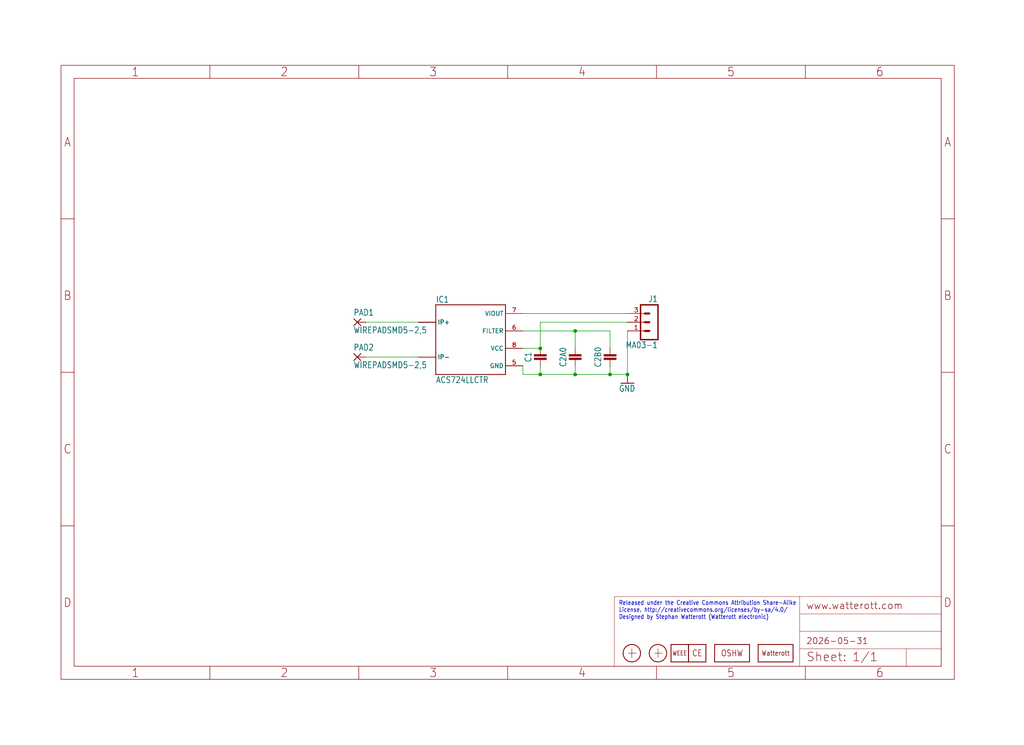
<source format=kicad_sch>
(kicad_sch (version 20231120) (generator "eeschema") (generator_version "8.0")
  (paper "User" 298.45 217.322)
  (lib_symbols
    (symbol "ACS72x-Breakout_v11-eagle-import:ACS724LLCTR"
      (property "Reference" "IC" (at -10.16 12.7 0))
      (symbol "ACS724LLCTR_1_0"
        (polyline (pts (xy -10.16 -10.16) (xy -10.16 10.16)) (stroke (width 0.254)))
        (polyline (pts (xy -10.16 10.16) (xy 10.16 10.16)) (stroke (width 0.254)))
        (polyline (pts (xy 10.16 -10.16) (xy -10.16 -10.16)) (stroke (width 0.254)))
        (polyline (pts (xy 10.16 10.16) (xy 10.16 -10.16)) (stroke (width 0.254)))
        (pin passive line (at -15.24 5.08 0) (length 5.08) (name "IP+") (number "1"))
        (pin passive line (at -15.24 5.08 0) (length 5.08) (name "IP+") (number "2"))
        (pin passive line (at -15.24 -5.08 0) (length 5.08) (name "IP-") (number "3"))
        (pin passive line (at -15.24 -5.08 0) (length 5.08) (name "IP-") (number "4"))
        (pin power_in line (at 15.24 -7.62 180) (length 5.08) (name "GND") (number "5"))
        (pin output line (at 15.24 2.54 180) (length 5.08) (name "FILTER") (number "6"))
        (pin output line (at 15.24 7.62 180) (length 5.08) (name "VIOUT") (number "7"))
        (pin power_in line (at 15.24 -2.54 180) (length 5.08) (name "VCC") (number "8"))
      )
    )
    (symbol "ACS72x-Breakout_v11-eagle-import:CAPACITOR-0402"
      (property "Reference" "C" (at 0 2.54 0))
      (symbol "CAPACITOR-0402_1_0"
        (rectangle (start -0.762 1.778) (end -0.254 -1.778) (fill (type outline)))
        (polyline (pts (xy -2.54 0) (xy -0.762 0)) (stroke (width 0.1524)))
        (polyline (pts (xy 2.54 0) (xy 0.762 0)) (stroke (width 0.1524)))
        (rectangle (start 0.254 1.778) (end 0.762 -1.778) (fill (type outline)))
        (pin passive line (at -2.54 0 0) (length 0) (name "1") (number "1"))
        (pin passive line (at 2.54 0 180) (length 0) (name "2") (number "2"))
      )
    )
    (symbol "ACS72x-Breakout_v11-eagle-import:CAPACITOR-0603"
      (property "Reference" "C" (at 0 2.54 0))
      (symbol "CAPACITOR-0603_1_0"
        (rectangle (start -0.762 1.778) (end -0.254 -1.778) (fill (type outline)))
        (polyline (pts (xy -2.54 0) (xy -0.762 0)) (stroke (width 0.1524)))
        (polyline (pts (xy 2.54 0) (xy 0.762 0)) (stroke (width 0.1524)))
        (rectangle (start 0.254 1.778) (end 0.762 -1.778) (fill (type outline)))
        (pin passive line (at -2.54 0 0) (length 0) (name "1") (number "1"))
        (pin passive line (at 2.54 0 180) (length 0) (name "2") (number "2"))
      )
    )
    (symbol "ACS72x-Breakout_v11-eagle-import:FRAME-A4L"
      (symbol "FRAME-A4L_1_0"
        (polyline (pts (xy 0 44.7675) (xy 3.81 44.7675)))
        (polyline (pts (xy 0 89.535) (xy 3.81 89.535)))
        (polyline (pts (xy 0 134.3025) (xy 3.81 134.3025)))
        (polyline (pts (xy 3.81 3.81) (xy 3.81 175.26)))
        (polyline (pts (xy 43.3917 0) (xy 43.3917 3.81)))
        (polyline (pts (xy 43.3917 175.26) (xy 43.3917 179.07)))
        (polyline (pts (xy 86.7833 0) (xy 86.7833 3.81)))
        (polyline (pts (xy 86.7833 175.26) (xy 86.7833 179.07)))
        (polyline (pts (xy 130.175 0) (xy 130.175 3.81)))
        (polyline (pts (xy 130.175 175.26) (xy 130.175 179.07)))
        (polyline (pts (xy 161.29 3.81) (xy 161.29 24.13)) (stroke (width 0.1016)))
        (polyline (pts (xy 161.29 24.13) (xy 215.265 24.13)) (stroke (width 0.1016)))
        (polyline (pts (xy 173.5667 0) (xy 173.5667 3.81)))
        (polyline (pts (xy 173.5667 175.26) (xy 173.5667 179.07)))
        (polyline (pts (xy 215.265 8.89) (xy 215.265 3.81)) (stroke (width 0.1016)))
        (polyline (pts (xy 215.265 8.89) (xy 215.265 13.97)) (stroke (width 0.1016)))
        (polyline (pts (xy 215.265 13.97) (xy 215.265 19.05)) (stroke (width 0.1016)))
        (polyline (pts (xy 215.265 13.97) (xy 256.54 13.97)) (stroke (width 0.1016)))
        (polyline (pts (xy 215.265 19.05) (xy 215.265 24.13)) (stroke (width 0.1016)))
        (polyline (pts (xy 215.265 19.05) (xy 256.54 19.05)) (stroke (width 0.1016)))
        (polyline (pts (xy 215.265 24.13) (xy 256.54 24.13)) (stroke (width 0.1016)))
        (polyline (pts (xy 216.9583 0) (xy 216.9583 3.81)))
        (polyline (pts (xy 216.9583 175.26) (xy 216.9583 179.07)))
        (polyline (pts (xy 246.38 3.81) (xy 246.38 8.89)) (stroke (width 0.1016)))
        (polyline (pts (xy 246.38 8.89) (xy 215.265 8.89)) (stroke (width 0.1016)))
        (polyline (pts (xy 246.38 8.89) (xy 256.54 8.89)) (stroke (width 0.1016)))
        (polyline (pts (xy 256.54 3.81) (xy 3.81 3.81)))
        (polyline (pts (xy 256.54 3.81) (xy 256.54 8.89)) (stroke (width 0.1016)))
        (polyline (pts (xy 256.54 3.81) (xy 256.54 175.26)))
        (polyline (pts (xy 256.54 8.89) (xy 256.54 13.97)) (stroke (width 0.1016)))
        (polyline (pts (xy 256.54 13.97) (xy 256.54 19.05)) (stroke (width 0.1016)))
        (polyline (pts (xy 256.54 19.05) (xy 256.54 24.13)) (stroke (width 0.1016)))
        (polyline (pts (xy 256.54 44.7675) (xy 260.35 44.7675)))
        (polyline (pts (xy 256.54 89.535) (xy 260.35 89.535)))
        (polyline (pts (xy 256.54 134.3025) (xy 260.35 134.3025)))
        (polyline (pts (xy 256.54 175.26) (xy 3.81 175.26)))
        (polyline (pts (xy 0 0) (xy 260.35 0) (xy 260.35 179.07) (xy 0 179.07) (xy 0 0)))
        (text "${#}/${##}" (at 230.505 5.08 0) (effects (font (size 2.54 2.54)) (justify left bottom)))
        (text "${CURRENT_DATE}" (at 217.17 10.16 0) (effects (font (size 1.778 1.778)) (justify left bottom)))
        (text "${PROJECTNAME}" (at 217.17 15.24 0) (effects (font (size 1.778 1.778)) (justify left bottom)))
        (text "1" (at 21.6958 1.905 0) (effects (font (size 2.54 2.286))))
        (text "1" (at 21.6958 177.165 0) (effects (font (size 2.54 2.286))))
        (text "2" (at 65.0875 1.905 0) (effects (font (size 2.54 2.286))))
        (text "2" (at 65.0875 177.165 0) (effects (font (size 2.54 2.286))))
        (text "3" (at 108.4792 1.905 0) (effects (font (size 2.54 2.286))))
        (text "3" (at 108.4792 177.165 0) (effects (font (size 2.54 2.286))))
        (text "4" (at 151.8708 1.905 0) (effects (font (size 2.54 2.286))))
        (text "4" (at 151.8708 177.165 0) (effects (font (size 2.54 2.286))))
        (text "5" (at 195.2625 1.905 0) (effects (font (size 2.54 2.286))))
        (text "5" (at 195.2625 177.165 0) (effects (font (size 2.54 2.286))))
        (text "6" (at 238.6542 1.905 0) (effects (font (size 2.54 2.286))))
        (text "6" (at 238.6542 177.165 0) (effects (font (size 2.54 2.286))))
        (text "A" (at 1.905 156.6863 0) (effects (font (size 2.54 2.286))))
        (text "A" (at 258.445 156.6863 0) (effects (font (size 2.54 2.286))))
        (text "B" (at 1.905 111.9188 0) (effects (font (size 2.54 2.286))))
        (text "B" (at 258.445 111.9188 0) (effects (font (size 2.54 2.286))))
        (text "C" (at 1.905 67.1513 0) (effects (font (size 2.54 2.286))))
        (text "C" (at 258.445 67.1513 0) (effects (font (size 2.54 2.286))))
        (text "D" (at 1.905 22.3838 0) (effects (font (size 2.54 2.286))))
        (text "D" (at 258.445 22.3838 0) (effects (font (size 2.54 2.286))))
        (text "Sheet:" (at 217.17 5.08 0) (effects (font (size 2.54 2.54)) (justify left bottom)))
        (text "www.watterott.com" (at 217.17 20.32 0) (effects (font (size 2.032 2.032)) (justify left bottom)))
      )
    )
    (symbol "ACS72x-Breakout_v11-eagle-import:GND" (power)
      (symbol "GND_1_0"
        (polyline (pts (xy -1.905 0) (xy 1.905 0)) (stroke (width 0.254)))
        (pin power_in line (at 0 2.54 270) (length 2.54) (name "GND") (number "1"))
      )
    )
    (symbol "ACS72x-Breakout_v11-eagle-import:LOGO-S_PLACE_S"
      (symbol "LOGO-S_PLACE_S_1_0"
        (polyline (pts (xy -5.08 -2.54) (xy -5.08 2.54)) (stroke (width 0.254)))
        (polyline (pts (xy -5.08 2.54) (xy 5.08 2.54)) (stroke (width 0.254)))
        (polyline (pts (xy 5.08 -2.54) (xy -5.08 -2.54)) (stroke (width 0.254)))
        (polyline (pts (xy 5.08 2.54) (xy 5.08 -2.54)) (stroke (width 0.254)))
        (text "Watterott" (at 0 0 0) (effects (font (size 1.4224 1.209))))
      )
    )
    (symbol "ACS72x-Breakout_v11-eagle-import:LOGO_CE-2"
      (symbol "LOGO_CE-2_1_0"
        (polyline (pts (xy -2.54 -2.54) (xy -2.54 2.54)) (stroke (width 0.254)))
        (polyline (pts (xy -2.54 2.54) (xy 2.54 2.54)) (stroke (width 0.254)))
        (polyline (pts (xy 2.54 -2.54) (xy -2.54 -2.54)) (stroke (width 0.254)))
        (polyline (pts (xy 2.54 2.54) (xy 2.54 -2.54)) (stroke (width 0.254)))
        (text "CE" (at 0 0 0) (effects (font (size 1.778 1.5113))))
      )
    )
    (symbol "ACS72x-Breakout_v11-eagle-import:LOGO_WEEE-4"
      (symbol "LOGO_WEEE-4_1_0"
        (polyline (pts (xy -2.54 -2.54) (xy -2.54 2.54)) (stroke (width 0.254)))
        (polyline (pts (xy -2.54 2.54) (xy 2.54 2.54)) (stroke (width 0.254)))
        (polyline (pts (xy 2.54 -2.54) (xy -2.54 -2.54)) (stroke (width 0.254)))
        (polyline (pts (xy 2.54 2.54) (xy 2.54 -2.54)) (stroke (width 0.254)))
        (text "WEEE" (at 0 0 0) (effects (font (size 1.27 1.0795))))
      )
    )
    (symbol "ACS72x-Breakout_v11-eagle-import:MA03-1"
      (property "Reference" "J" (at -1.27 5.842 0))
      (symbol "MA03-1_1_0"
        (polyline (pts (xy -1.27 5.08) (xy -1.27 -5.08)) (stroke (width 0.4064)))
        (polyline (pts (xy -1.27 5.08) (xy 3.81 5.08)) (stroke (width 0.4064)))
        (polyline (pts (xy 1.27 -2.54) (xy 2.54 -2.54)) (stroke (width 0.6096)))
        (polyline (pts (xy 1.27 0) (xy 2.54 0)) (stroke (width 0.6096)))
        (polyline (pts (xy 1.27 2.54) (xy 2.54 2.54)) (stroke (width 0.6096)))
        (polyline (pts (xy 3.81 -5.08) (xy -1.27 -5.08)) (stroke (width 0.4064)))
        (polyline (pts (xy 3.81 -5.08) (xy 3.81 5.08)) (stroke (width 0.4064)))
        (pin passive line (at 7.62 -2.54 180) (length 5.08) (name "1") (number "1"))
        (pin passive line (at 7.62 0 180) (length 5.08) (name "2") (number "2"))
        (pin passive line (at 7.62 2.54 180) (length 5.08) (name "3") (number "3"))
      )
    )
    (symbol "ACS72x-Breakout_v11-eagle-import:OSHW_LOGOX0070"
      (symbol "OSHW_LOGOX0070_1_0"
        (polyline (pts (xy -5.08 -2.54) (xy -5.08 2.54)) (stroke (width 0.254)))
        (polyline (pts (xy -5.08 2.54) (xy 5.08 2.54)) (stroke (width 0.254)))
        (polyline (pts (xy 5.08 -2.54) (xy -5.08 -2.54)) (stroke (width 0.254)))
        (polyline (pts (xy 5.08 2.54) (xy 5.08 -2.54)) (stroke (width 0.254)))
        (text "OSHW" (at 0 0 0) (effects (font (size 1.778 1.5113))))
      )
    )
    (symbol "ACS72x-Breakout_v11-eagle-import:PASSER-07"
      (symbol "PASSER-07_1_0"
        (polyline (pts (xy -1.016 0) (xy 1.27 0)) (stroke (width 0.127)))
        (polyline (pts (xy 0 1.27) (xy 0 -1.27)) (stroke (width 0.127)))
        (circle (center 0 0) (radius 2.54) (stroke (width 0.254)))
      )
    )
    (symbol "ACS72x-Breakout_v11-eagle-import:WIREPADSMD5-2,5"
      (property "Reference" "PAD" (at -1.143 1.8542 0))
      (symbol "WIREPADSMD5-2,5_1_0"
        (polyline (pts (xy -1.016 -1.016) (xy 1.016 1.016)) (stroke (width 0.254)))
        (polyline (pts (xy -1.016 1.016) (xy 1.016 -1.016)) (stroke (width 0.254)))
        (pin passive line (at 2.54 0 180) (length 2.54) (name "P") (number "1"))
      )
    )
  )
  (junction (at 177.8 109.22))
  (junction (at 167.64 109.22))
  (junction (at 167.64 96.52))
  (junction (at 182.88 109.22))
  (junction (at 157.48 109.22))
  (junction (at 157.48 101.6))
  (wire (pts (xy 157.48 101.6) (xy 157.48 93.98)) (stroke (width 0.1524)))
  (wire (pts (xy 157.48 93.98) (xy 182.88 93.98)) (stroke (width 0.1524)))
  (wire (pts (xy 167.64 96.52) (xy 177.8 96.52)) (stroke (width 0.1524)))
  (wire (pts (xy 167.64 109.22) (xy 167.64 106.68)) (stroke (width 0.1524)))
  (wire (pts (xy 152.4 101.6) (xy 157.48 101.6)) (stroke (width 0.1524)))
  (wire (pts (xy 152.4 96.52) (xy 167.64 96.52)) (stroke (width 0.1524)))
  (wire (pts (xy 152.4 109.22) (xy 157.48 109.22)) (stroke (width 0.1524)))
  (wire (pts (xy 177.8 109.22) (xy 177.8 106.68)) (stroke (width 0.1524)))
  (wire (pts (xy 182.88 109.22) (xy 182.88 96.52)) (stroke (width 0.1524)))
  (wire (pts (xy 152.4 91.44) (xy 182.88 91.44)) (stroke (width 0.1524)))
  (wire (pts (xy 167.64 96.52) (xy 167.64 101.6)) (stroke (width 0.1524)))
  (wire (pts (xy 121.92 93.98) (xy 106.68 93.98)) (stroke (width 0.1524)))
  (wire (pts (xy 167.64 109.22) (xy 177.8 109.22)) (stroke (width 0.1524)))
  (wire (pts (xy 121.92 104.14) (xy 106.68 104.14)) (stroke (width 0.1524)))
  (wire (pts (xy 177.8 109.22) (xy 182.88 109.22)) (stroke (width 0.1524)))
  (wire (pts (xy 177.8 96.52) (xy 177.8 101.6)) (stroke (width 0.1524)))
  (wire (pts (xy 157.48 109.22) (xy 157.48 106.68)) (stroke (width 0.1524)))
  (wire (pts (xy 157.48 109.22) (xy 167.64 109.22)) (stroke (width 0.1524)))
  (wire (pts (xy 152.4 106.68) (xy 152.4 109.22)) (stroke (width 0.1524)))
  (text "Released under the Creative Commons Attribution Share-Alike\nLicense. http://creativecommons.org/licenses/by-sa/4.0/\nDesigned by Stephan Watterott (Watterott electronic)" (at 180.34 175.26 0) (effects (font (size 1.27 1.0795)) (justify left top)))
  (symbol (lib_id "ACS72x-Breakout_v11-eagle-import:OSHW_LOGOX0070") (at 213.36 190.5 0) (unit 1)
    (property "Reference" "LOGO2" (effects (hide yes)))
    (property "Value" "OSHW_LOGOX0070" (effects (hide yes)))
    (property "Footprint" "ACS72x-Breakout_v11:OSHW_6X70" (effects (hide yes)))
  )
  (symbol (lib_id "ACS72x-Breakout_v11-eagle-import:LOGO_CE-2") (at 203.2 190.5 0) (unit 1)
    (property "Reference" "LOGO1" (effects (hide yes)))
    (property "Value" "LOGO_CE-2" (effects (hide yes)))
    (property "Footprint" "ACS72x-Breakout_v11:CE_2MM" (effects (hide yes)))
  )
  (symbol (lib_id "ACS72x-Breakout_v11-eagle-import:PASSER-07") (at 191.77 190.5 0) (unit 1)
    (property "Reference" "X2" (effects (hide yes)))
    (property "Value" "PASSER-07" (effects (hide yes)))
    (property "Footprint" "ACS72x-Breakout_v11:PASSER_07MM" (effects (hide yes)))
  )
  (symbol (lib_id "ACS72x-Breakout_v11-eagle-import:WIREPADSMD5-2,5") (at 104.14 104.14 0) (unit 1)
    (property "Reference" "PAD2" (at 102.997 102.2858 0) (effects (font (size 1.778 1.5113)) (justify left bottom)))
    (property "Value" "WIREPADSMD5-2,5" (at 102.997 107.442 0) (effects (font (size 1.778 1.5113)) (justify left bottom)))
    (property "Footprint" "ACS72x-Breakout_v11:5-2,5" (effects (hide yes)))
  )
  (symbol (lib_id "ACS72x-Breakout_v11-eagle-import:CAPACITOR-0402") (at 167.64 104.14 90) (unit 1)
    (property "Reference" "C2A0" (at 165.1 104.14 0) (effects (font (size 1.778 1.5113)) (justify bottom)))
    (property "Value" "CAPACITOR-0402" (effects (hide yes)))
    (property "Footprint" "ACS72x-Breakout_v11:C0402" (effects (hide yes)))
  )
  (symbol (lib_id "ACS72x-Breakout_v11-eagle-import:CAPACITOR-0402") (at 157.48 104.14 90) (unit 1)
    (property "Reference" "C1" (at 154.94 104.14 0) (effects (font (size 1.778 1.5113)) (justify bottom)))
    (property "Value" "CAPACITOR-0402" (effects (hide yes)))
    (property "Footprint" "ACS72x-Breakout_v11:C0402" (effects (hide yes)))
  )
  (symbol (lib_id "ACS72x-Breakout_v11-eagle-import:FRAME-A4L") (at 17.78 198.12 0) (unit 1)
    (property "Reference" "#FRAME2" (effects (hide yes)))
    (property "Value" "FRAME-A4L" (effects (hide yes)))
  )
  (symbol (lib_id "ACS72x-Breakout_v11-eagle-import:LOGO-S_PLACE_S") (at 226.06 190.5 0) (unit 1)
    (property "Reference" "LOGO3" (effects (hide yes)))
    (property "Value" "LOGO-S_PLACE_S" (effects (hide yes)))
    (property "Footprint" "ACS72x-Breakout_v11:SPARK_TPLACE_S" (effects (hide yes)))
  )
  (symbol (lib_id "ACS72x-Breakout_v11-eagle-import:WIREPADSMD5-2,5") (at 104.14 93.98 0) (unit 1)
    (property "Reference" "PAD1" (at 102.997 92.1258 0) (effects (font (size 1.778 1.5113)) (justify left bottom)))
    (property "Value" "WIREPADSMD5-2,5" (at 102.997 97.282 0) (effects (font (size 1.778 1.5113)) (justify left bottom)))
    (property "Footprint" "ACS72x-Breakout_v11:5-2,5" (effects (hide yes)))
  )
  (symbol (lib_id "ACS72x-Breakout_v11-eagle-import:LOGO_WEEE-4") (at 198.12 190.5 0) (unit 1)
    (property "Reference" "LOGO4" (effects (hide yes)))
    (property "Value" "LOGO_WEEE-4" (effects (hide yes)))
    (property "Footprint" "ACS72x-Breakout_v11:WEEE_4MM" (effects (hide yes)))
  )
  (symbol (lib_id "ACS72x-Breakout_v11-eagle-import:CAPACITOR-0603") (at 177.8 104.14 90) (unit 1)
    (property "Reference" "C2B0" (at 175.26 104.14 0) (effects (font (size 1.778 1.5113)) (justify bottom)))
    (property "Value" "CAPACITOR-0603" (effects (hide yes)))
    (property "Footprint" "ACS72x-Breakout_v11:C0603" (effects (hide yes)))
  )
  (symbol (lib_id "ACS72x-Breakout_v11-eagle-import:PASSER-07") (at 184.15 190.5 0) (unit 1)
    (property "Reference" "X1" (effects (hide yes)))
    (property "Value" "PASSER-07" (effects (hide yes)))
    (property "Footprint" "ACS72x-Breakout_v11:PASSER_07MM" (effects (hide yes)))
  )
  (symbol (lib_id "ACS72x-Breakout_v11-eagle-import:MA03-1") (at 190.5 93.98 0) (mirror y) (unit 1)
    (property "Reference" "J1" (at 191.77 88.138 0) (effects (font (size 1.778 1.5113)) (justify left bottom)))
    (property "Value" "MA03-1" (at 191.77 101.6 0) (effects (font (size 1.778 1.5113)) (justify left bottom)))
    (property "Footprint" "ACS72x-Breakout_v11:MA03-1" (effects (hide yes)))
  )
  (symbol (lib_id "ACS72x-Breakout_v11-eagle-import:ACS724LLCTR") (at 137.16 99.06 0) (unit 1)
    (property "Reference" "IC1" (at 127 86.36 0) (effects (font (size 1.778 1.5113)) (justify left top)))
    (property "Value" "ACS724LLCTR" (at 127 111.76 0) (effects (font (size 1.778 1.5113)) (justify left bottom)))
    (property "Footprint" "ACS72x-Breakout_v11:SO8" (effects (hide yes)))
  )
  (symbol (lib_id "ACS72x-Breakout_v11-eagle-import:GND") (at 182.88 111.76 0) (unit 1)
    (property "Reference" "#GND01" (effects (hide yes)))
    (property "Value" "GND" (at 180.34 114.3 0) (effects (font (size 1.778 1.5113)) (justify left bottom)))
  )
)
</source>
